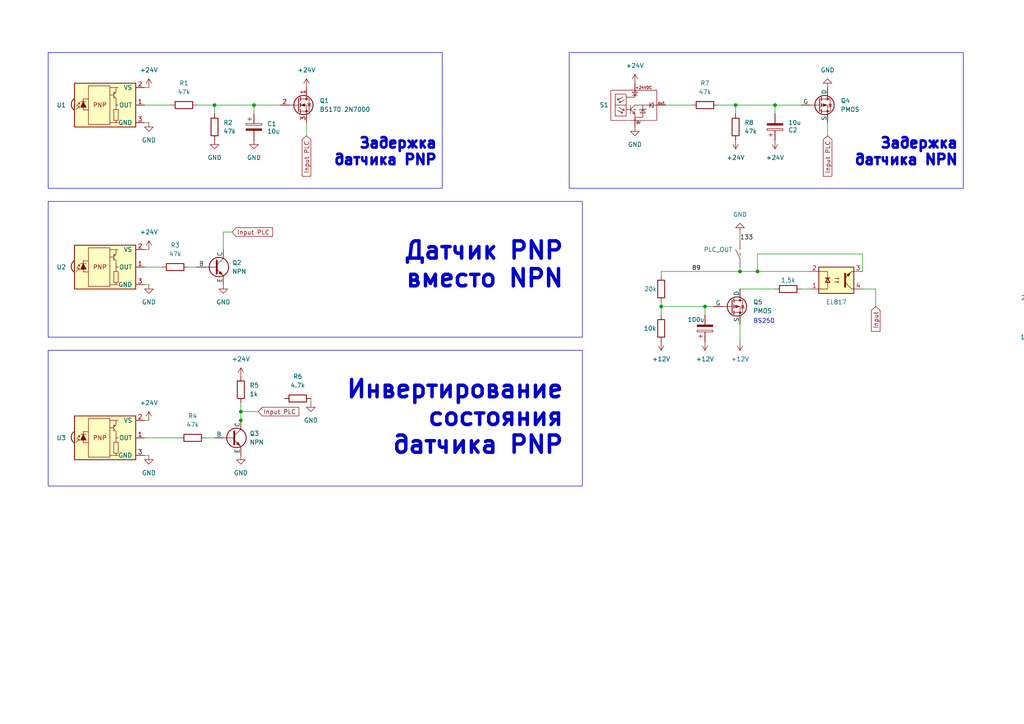
<source format=kicad_sch>
(kicad_sch (version 20230121) (generator eeschema)
  (paper "A4")
  (lib_symbols
    (symbol ".my_lib:PhotoSensor_NPN"
      (property "Reference" "S" (at -3.302 5.588 0))
      (symbol "PhotoSensor_NPN_0_1"
        (rectangle (start -6.985 4.318) (end 6.35 -4.445))
        (rectangle (start -5.715 3.175) (end -2.54 -3.175))
        (polyline (pts (xy -1.27 -1.27) (xy 0 -2.54)))
        (polyline (pts (xy -1.27 -1.27) (xy 0 0)))
        (polyline (pts (xy -1.27 0) (xy -1.27 -2.54)))
        (polyline (pts (xy -0.762 2.794) (xy 0.762 2.794)))
        (polyline (pts (xy 0 -4.445) (xy 0 -2.54)))
        (polyline (pts (xy 0 -2.54) (xy -0.762 -2.286)))
        (polyline (pts (xy 0 -2.54) (xy -0.254 -1.778)))
        (polyline (pts (xy 0 0) (xy 6.35 0)))
        (polyline (pts (xy 1.524 -1.27) (xy 1.27 -1.524)))
        (polyline (pts (xy 3.048 -1.27) (xy 1.524 -1.27)))
        (polyline (pts (xy 3.048 -1.27) (xy 3.302 -1.016)))
        (polyline (pts (xy 4.318 0.762) (xy 4.318 -0.762)))
        (polyline (pts (xy 0 -3.556) (xy 2.286 -3.556) (xy 2.286 0)))
        (polyline (pts (xy 0 3.81) (xy 0 2.286) (xy -2.54 2.286)))
        (polyline (pts (xy -0.762 3.81) (xy 0.762 3.81) (xy 0 2.794) (xy -0.762 3.81)))
        (polyline (pts (xy 3.048 -2.286) (xy 1.524 -2.286) (xy 2.286 -1.27) (xy 3.048 -2.286)))
        (polyline (pts (xy 5.334 0.762) (xy 5.334 -0.762) (xy 4.318 0) (xy 5.334 0.762)))
      )
      (symbol "PhotoSensor_NPN_1_1"
        (polyline (pts (xy -5.715 0) (xy -2.54 0)))
        (polyline (pts (xy -5.08 1.524) (xy -4.826 2.032)))
        (polyline (pts (xy -5.08 1.524) (xy -4.572 1.524)))
        (polyline (pts (xy -5.08 1.524) (xy -3.556 2.286)))
        (polyline (pts (xy -4.572 0.762) (xy -4.318 1.27)))
        (polyline (pts (xy -4.572 0.762) (xy -4.064 0.762)))
        (polyline (pts (xy -4.572 0.762) (xy -3.048 1.524)))
        (polyline (pts (xy -3.556 -2.286) (xy -5.08 -1.524)))
        (polyline (pts (xy -3.556 -2.286) (xy -4.064 -2.286)))
        (polyline (pts (xy -3.556 -2.286) (xy -3.81 -1.778)))
        (polyline (pts (xy -3.048 -1.524) (xy -4.572 -0.762)))
        (polyline (pts (xy -3.048 -1.524) (xy -3.556 -1.524)))
        (polyline (pts (xy -3.048 -1.524) (xy -3.302 -1.016)))
        (polyline (pts (xy -1.27 -1.27) (xy -2.54 -1.27)))
        (text "+24VDC" (at 2.54 5.08 0) (effects (font (size 0.8 0.8))))
        (text "0V" (at 1.016 -5.08 0) (effects (font (size 0.7 0.7))))
        (text "out" (at 7.62 0.635 0) (effects (font (size 0.8 0.8))))
        (pin input line (at 0 -6.35 90) (length 2.54) (name "") (number ""))
        (pin input line (at 0 6.35 270) (length 2.54) (name "") (number ""))
        (pin output line (at 8.89 0 180) (length 2.54) (name "") (number ""))
      )
    )
    (symbol "Device:C_Polarized" (pin_numbers hide) (pin_names (offset 0.254))
      (property "Reference" "C" (at 0.635 2.54 0))
      (property "Value" "C_Polarized" (at 0.635 -2.54 0))
      (symbol "C_Polarized_0_1"
        (rectangle (start -2.286 0.508) (end 2.286 1.016))
        (polyline (pts (xy -1.778 2.286) (xy -0.762 2.286)))
        (polyline (pts (xy -1.27 2.794) (xy -1.27 1.778)))
        (rectangle (start 2.286 -0.508) (end -2.286 -1.016) (fill (type outline)))
      )
      (symbol "C_Polarized_1_1"
        (pin passive line (at 0 3.81 270) (length 2.794) (name "~") (number "1"))
        (pin passive line (at 0 -3.81 90) (length 2.794) (name "~") (number "2"))
      )
    )
    (symbol "Device:R" (pin_numbers hide) (pin_names (offset 0))
      (property "Reference" "R" (at 2.032 0 90))
      (property "Value" "R" (at 0 0 90))
      (symbol "R_0_1"
        (rectangle (start -1.016 -2.54) (end 1.016 2.54) (stroke (width 0.254)))
      )
      (symbol "R_1_1"
        (pin passive line (at 0 3.81 270) (length 1.27) (name "~") (number "1"))
        (pin passive line (at 0 -3.81 90) (length 1.27) (name "~") (number "2"))
      )
    )
    (symbol "Isolator:EL817" (pin_names (offset 1.016))
      (property "Reference" "U" (at -5.08 5.08 0))
      (property "Value" "EL817" (at 0 5.08 0))
      (symbol "EL817_0_1"
        (rectangle (start -5.08 3.81) (end 5.08 -3.81) (stroke (width 0.254)) (fill (type background)))
        (polyline (pts (xy -3.175 -0.635) (xy -1.905 -0.635)) (stroke (width 0.254)))
        (polyline (pts (xy 2.54 0.635) (xy 4.445 2.54)))
        (polyline (pts (xy 4.445 -2.54) (xy 2.54 -0.635)) (fill (type outline)))
        (polyline (pts (xy 4.445 -2.54) (xy 5.08 -2.54)))
        (polyline (pts (xy 4.445 2.54) (xy 5.08 2.54)))
        (polyline (pts (xy -5.08 2.54) (xy -2.54 2.54) (xy -2.54 -0.635)))
        (polyline (pts (xy -2.54 -0.635) (xy -2.54 -2.54) (xy -5.08 -2.54)))
        (polyline (pts (xy 2.54 1.905) (xy 2.54 -1.905) (xy 2.54 -1.905)) (stroke (width 0.508)))
        (polyline (pts (xy -2.54 -0.635) (xy -3.175 0.635) (xy -1.905 0.635) (xy -2.54 -0.635)) (stroke (width 0.254)))
        (polyline (pts (xy -0.508 -0.508) (xy 0.762 -0.508) (xy 0.381 -0.635) (xy 0.381 -0.381) (xy 0.762 -0.508)))
        (polyline (pts (xy -0.508 0.508) (xy 0.762 0.508) (xy 0.381 0.381) (xy 0.381 0.635) (xy 0.762 0.508)))
        (polyline (pts (xy 3.048 -1.651) (xy 3.556 -1.143) (xy 4.064 -2.159) (xy 3.048 -1.651) (xy 3.048 -1.651)) (fill (type outline)))
      )
      (symbol "EL817_1_1"
        (pin passive line (at -7.62 2.54 0) (length 2.54) (name "~") (number "1"))
        (pin passive line (at -7.62 -2.54 0) (length 2.54) (name "~") (number "2"))
        (pin passive line (at 7.62 -2.54 180) (length 2.54) (name "~") (number "3"))
        (pin passive line (at 7.62 2.54 180) (length 2.54) (name "~") (number "4"))
      )
    )
    (symbol "Simulation_SPICE:NMOS" (pin_numbers hide) (pin_names (offset 0))
      (property "Reference" "Q" (at 5.08 1.27 0))
      (property "Value" "NMOS" (at 5.08 -1.27 0))
      (symbol "NMOS_0_1"
        (polyline (pts (xy 0.254 0) (xy -2.54 0)))
        (polyline (pts (xy 0.254 1.905) (xy 0.254 -1.905)) (stroke (width 0.254)))
        (polyline (pts (xy 0.762 -1.27) (xy 0.762 -2.286)) (stroke (width 0.254)))
        (polyline (pts (xy 0.762 0.508) (xy 0.762 -0.508)) (stroke (width 0.254)))
        (polyline (pts (xy 0.762 2.286) (xy 0.762 1.27)) (stroke (width 0.254)))
        (polyline (pts (xy 2.54 2.54) (xy 2.54 1.778)))
        (polyline (pts (xy 2.54 -2.54) (xy 2.54 0) (xy 0.762 0)))
        (polyline (pts (xy 0.762 -1.778) (xy 3.302 -1.778) (xy 3.302 1.778) (xy 0.762 1.778)))
        (polyline (pts (xy 1.016 0) (xy 2.032 0.381) (xy 2.032 -0.381) (xy 1.016 0)) (fill (type outline)))
        (polyline (pts (xy 2.794 0.508) (xy 2.921 0.381) (xy 3.683 0.381) (xy 3.81 0.254)))
        (polyline (pts (xy 3.302 0.381) (xy 2.921 -0.254) (xy 3.683 -0.254) (xy 3.302 0.381)))
        (circle (center 1.651 0) (radius 2.794) (stroke (width 0.254)))
        (circle (center 2.54 -1.778) (radius 0.254) (fill (type outline)))
        (circle (center 2.54 1.778) (radius 0.254) (fill (type outline)))
      )
      (symbol "NMOS_1_1"
        (pin passive line (at 2.54 5.08 270) (length 2.54) (name "D") (number "1"))
        (pin input line (at -5.08 0 0) (length 2.54) (name "G") (number "2"))
        (pin passive line (at 2.54 -5.08 90) (length 2.54) (name "S") (number "3"))
      )
    )
    (symbol "Simulation_SPICE:NPN" (pin_numbers hide) (pin_names (offset 0))
      (property "Reference" "Q" (at -2.54 7.62 0))
      (property "Value" "NPN" (at -2.54 5.08 0))
      (symbol "NPN_0_1"
        (polyline (pts (xy -2.54 0) (xy 0.635 0)) (stroke (width 0.1524)))
        (polyline (pts (xy 0.635 0.635) (xy 2.54 2.54)))
        (polyline (pts (xy 2.794 -1.27) (xy 2.794 -1.27)) (stroke (width 0.1524)))
        (polyline (pts (xy 2.794 -1.27) (xy 2.794 -1.27)) (stroke (width 0.1524)))
        (polyline (pts (xy 0.635 -0.635) (xy 2.54 -2.54) (xy 2.54 -2.54)))
        (polyline (pts (xy 0.635 1.905) (xy 0.635 -1.905) (xy 0.635 -1.905)) (stroke (width 0.508)))
        (polyline (pts (xy 1.27 -1.778) (xy 1.778 -1.27) (xy 2.286 -2.286) (xy 1.27 -1.778) (xy 1.27 -1.778)) (fill (type outline)))
        (circle (center 1.27 0) (radius 2.8194) (stroke (width 0.254)))
      )
      (symbol "NPN_1_1"
        (pin open_collector line (at 2.54 5.08 270) (length 2.54) (name "C") (number "1"))
        (pin input line (at -5.08 0 0) (length 2.54) (name "B") (number "2"))
        (pin open_emitter line (at 2.54 -5.08 90) (length 2.54) (name "E") (number "3"))
      )
    )
    (symbol "Simulation_SPICE:PMOS" (pin_numbers hide) (pin_names (offset 0))
      (property "Reference" "Q" (at 5.08 1.27 0))
      (property "Value" "PMOS" (at 5.08 -1.27 0))
      (symbol "PMOS_0_1"
        (polyline (pts (xy 0.254 0) (xy -2.54 0)))
        (polyline (pts (xy 0.254 1.905) (xy 0.254 -1.905)) (stroke (width 0.254)))
        (polyline (pts (xy 0.762 -1.27) (xy 0.762 -2.286)) (stroke (width 0.254)))
        (polyline (pts (xy 0.762 0.508) (xy 0.762 -0.508)) (stroke (width 0.254)))
        (polyline (pts (xy 0.762 2.286) (xy 0.762 1.27)) (stroke (width 0.254)))
        (polyline (pts (xy 2.54 2.54) (xy 2.54 1.778)))
        (polyline (pts (xy 2.54 -2.54) (xy 2.54 0) (xy 0.762 0)))
        (polyline (pts (xy 0.762 1.778) (xy 3.302 1.778) (xy 3.302 -1.778) (xy 0.762 -1.778)))
        (polyline (pts (xy 2.286 0) (xy 1.27 0.381) (xy 1.27 -0.381) (xy 2.286 0)) (fill (type outline)))
        (polyline (pts (xy 2.794 -0.508) (xy 2.921 -0.381) (xy 3.683 -0.381) (xy 3.81 -0.254)))
        (polyline (pts (xy 3.302 -0.381) (xy 2.921 0.254) (xy 3.683 0.254) (xy 3.302 -0.381)))
        (circle (center 1.651 0) (radius 2.794) (stroke (width 0.254)))
        (circle (center 2.54 -1.778) (radius 0.254) (fill (type outline)))
        (circle (center 2.54 1.778) (radius 0.254) (fill (type outline)))
      )
      (symbol "PMOS_1_1"
        (pin passive line (at 2.54 5.08 270) (length 2.54) (name "D") (number "1"))
        (pin input line (at -5.08 0 0) (length 2.54) (name "G") (number "2"))
        (pin passive line (at 2.54 -5.08 90) (length 2.54) (name "S") (number "3"))
      )
    )
    (symbol "TSDP341xx_1" (pin_names (offset 1.016))
      (property "Reference" "U2" (at -13.97 0 0))
      (symbol "TSDP341xx_1_0_0"
        (arc (start -10.287 1.397) (mid -11.0899 -0.1852) (end -10.287 -1.778) (stroke (width 0.254)) (fill (type background)))
        (polyline (pts (xy 1.905 -5.08) (xy 0.127 -5.08)))
        (polyline (pts (xy 1.905 5.08) (xy 0.127 5.08)))
      )
      (symbol "TSDP341xx_1_0_1"
        (rectangle (start -10.16 6.35) (end 7.62 -6.35) (stroke (width 0.254)) (fill (type background)))
        (rectangle (start -6.096 5.588) (end 0.127 -5.588))
        (polyline (pts (xy -8.763 0.381) (xy -9.652 1.27)))
        (polyline (pts (xy -8.763 0.381) (xy -9.271 0.381)))
        (polyline (pts (xy -8.763 0.381) (xy -8.763 0.889)))
        (polyline (pts (xy -8.636 -0.635) (xy -9.525 0.254)))
        (polyline (pts (xy -8.636 -0.635) (xy -9.144 -0.635)))
        (polyline (pts (xy -8.636 -0.635) (xy -8.636 -0.127)))
        (polyline (pts (xy -8.382 -1.016) (xy -6.731 -1.016)))
        (polyline (pts (xy 1.27 -2.921) (xy 0.127 -2.921)))
        (polyline (pts (xy 1.27 -1.905) (xy 1.27 -3.81)))
        (polyline (pts (xy 1.524 -3.683) (xy 1.524 -3.429)))
        (polyline (pts (xy 1.524 -3.429) (xy 1.778 -3.429)))
        (polyline (pts (xy 1.651 -3.556) (xy 1.524 -3.556)))
        (polyline (pts (xy 1.905 0) (xy 1.905 1.27)))
        (polyline (pts (xy 1.905 4.445) (xy 1.905 5.08) (xy 2.54 5.08)))
        (polyline (pts (xy -8.382 0.635) (xy -6.731 0.635) (xy -7.62 -1.016) (xy -8.382 0.635)) (fill (type outline)))
        (polyline (pts (xy -6.096 1.397) (xy -7.62 1.397) (xy -7.62 -1.778) (xy -6.096 -1.778)))
        (polyline (pts (xy 1.27 -3.175) (xy 1.905 -3.81) (xy 1.905 -5.08) (xy 2.54 -5.08)))
        (polyline (pts (xy 1.27 -2.54) (xy 1.905 -1.905) (xy 1.905 0) (xy 2.54 0)))
        (rectangle (start 2.54 1.27) (end 1.27 4.445))
      )
      (symbol "TSDP341xx_1_1_1"
        (text "PNP" (at -2.794 0 0) (effects (font (size 1.27 1.27))))
        (pin output line (at 10.16 0 180) (length 2.54) (name "OUT") (number "1"))
        (pin power_in line (at 10.16 -5.08 180) (length 2.54) (name "VS") (number "2"))
        (pin power_in line (at 10.16 5.08 180) (length 2.54) (name "GND") (number "3"))
      )
    )
    (symbol "Transistor_FET:BS170" (pin_names hide)
      (property "Reference" "Q" (at 5.08 1.905 0))
      (property "Value" "BS170" (at 5.08 0 0))
      (symbol "BS170_0_1"
        (polyline (pts (xy 0.254 0) (xy -2.54 0)))
        (polyline (pts (xy 0.254 1.905) (xy 0.254 -1.905)) (stroke (width 0.254)))
        (polyline (pts (xy 0.762 -1.27) (xy 0.762 -2.286)) (stroke (width 0.254)))
        (polyline (pts (xy 0.762 0.508) (xy 0.762 -0.508)) (stroke (width 0.254)))
        (polyline (pts (xy 0.762 2.286) (xy 0.762 1.27)) (stroke (width 0.254)))
        (polyline (pts (xy 2.54 2.54) (xy 2.54 1.778)))
        (polyline (pts (xy 2.54 -2.54) (xy 2.54 0) (xy 0.762 0)))
        (polyline (pts (xy 0.762 -1.778) (xy 3.302 -1.778) (xy 3.302 1.778) (xy 0.762 1.778)))
        (polyline (pts (xy 1.016 0) (xy 2.032 0.381) (xy 2.032 -0.381) (xy 1.016 0)) (fill (type outline)))
        (polyline (pts (xy 2.794 0.508) (xy 2.921 0.381) (xy 3.683 0.381) (xy 3.81 0.254)))
        (polyline (pts (xy 3.302 0.381) (xy 2.921 -0.254) (xy 3.683 -0.254) (xy 3.302 0.381)))
        (circle (center 1.651 0) (radius 2.794) (stroke (width 0.254)))
        (circle (center 2.54 -1.778) (radius 0.254) (fill (type outline)))
        (circle (center 2.54 1.778) (radius 0.254) (fill (type outline)))
      )
      (symbol "BS170_1_1"
        (pin passive line (at 2.54 5.08 270) (length 2.54) (name "D") (number "1"))
        (pin input line (at -5.08 0 0) (length 2.54) (name "G") (number "2"))
        (pin passive line (at 2.54 -5.08 90) (length 2.54) (name "S") (number "3"))
      )
    )
    (symbol "my_lib:Contact NO"
      (property "Reference" "K" (at 0 3.81 0))
      (symbol "Contact NO_0_1"
        (polyline (pts (xy -1.27 0) (xy 1.27 1.27)))
      )
      (symbol "Contact NO_1_1"
        (pin bidirectional line (at -3.81 0 0) (length 2.54) (name "") (number ""))
        (pin bidirectional line (at 3.81 0 180) (length 2.54) (name "") (number ""))
      )
    )
    (symbol "power:+12V" (power) (pin_names (offset 0))
      (property "Value" "+12V" (at 0 3.556 0))
      (symbol "+12V_0_1"
        (polyline (pts (xy -0.762 1.27) (xy 0 2.54)))
        (polyline (pts (xy 0 0) (xy 0 2.54)))
        (polyline (pts (xy 0 2.54) (xy 0.762 1.27)))
      )
      (symbol "+12V_1_1"
        (pin power_in line (at 0 0 90) (length 0) hide (name "+12V") (number "1"))
      )
    )
    (symbol "power:+24V" (power) (pin_names (offset 0))
      (property "Value" "+24V" (at 0 3.556 0))
      (symbol "+24V_0_1"
        (polyline (pts (xy -0.762 1.27) (xy 0 2.54)))
        (polyline (pts (xy 0 0) (xy 0 2.54)))
        (polyline (pts (xy 0 2.54) (xy 0.762 1.27)))
      )
      (symbol "+24V_1_1"
        (pin power_in line (at 0 0 90) (length 0) hide (name "+24V") (number "1"))
      )
    )
    (symbol "power:GND" (power) (pin_names (offset 0))
      (property "Value" "GND" (at 0 -3.81 0))
      (symbol "GND_0_1"
        (polyline (pts (xy 0 0) (xy 0 -1.27) (xy 1.27 -1.27) (xy 0 -2.54) (xy -1.27 -1.27) (xy 0 -1.27)))
      )
      (symbol "GND_1_1"
        (pin power_in line (at 0 0 270) (length 0) hide (name "GND") (number "1"))
      )
    )
  )
  (junction (at 191.77 88.9))
  (junction (at 313.69 91.44))
  (junction (at 214.63 78.74))
  (junction (at 204.47 88.9))
  (junction (at 62.23 30.48))
  (junction (at 224.79 30.48))
  (junction (at 73.66 30.48))
  (junction (at 389.89 91.44))
  (junction (at 377.19 91.44))
  (junction (at 300.99 91.44))
  (junction (at 69.85 121.92))
  (junction (at 69.85 119.38))
  (junction (at 219.71 78.74))
  (junction (at 213.36 30.48))
  (wire (pts (xy 300.99 90.17) (xy 300.99 91.44)))
  (wire (pts (xy 62.23 30.48) (xy 73.66 30.48)))
  (wire (pts (xy 73.66 30.48) (xy 81.28 30.48)))
  (wire (pts (xy 191.77 78.74) (xy 214.63 78.74)))
  (wire (pts (xy 191.77 87.63) (xy 191.77 88.9)))
  (wire (pts (xy 377.19 81.28) (xy 377.19 82.55)))
  (wire (pts (xy 224.79 30.48) (xy 232.41 30.48)))
  (wire (pts (xy 69.85 123.19) (xy 69.85 121.92)))
  (wire (pts (xy 400.05 86.36) (xy 420.37 86.36)))
  (wire (pts (xy 43.18 132.08) (xy 41.91 132.08)))
  (wire (pts (xy 400.05 80.01) (xy 400.05 81.28)))
  (wire (pts (xy 64.77 67.31) (xy 67.31 67.31)))
  (wire (pts (xy 400.05 69.85) (xy 400.05 72.39)))
  (wire (pts (xy 323.85 86.36) (xy 334.01 86.36)))
  (wire (pts (xy 62.23 30.48) (xy 62.23 33.02)))
  (wire (pts (xy 41.91 30.48) (xy 49.53 30.48)))
  (wire (pts (xy 41.91 121.92) (xy 43.18 121.92)))
  (wire (pts (xy 214.63 99.06) (xy 214.63 93.98)))
  (wire (pts (xy 43.18 35.56) (xy 41.91 35.56)))
  (wire (pts (xy 232.41 83.82) (xy 234.95 83.82)))
  (wire (pts (xy 300.99 93.98) (xy 300.99 91.44)))
  (wire (pts (xy 219.71 78.74) (xy 234.95 78.74)))
  (wire (pts (xy 43.18 82.55) (xy 41.91 82.55)))
  (wire (pts (xy 88.9 39.37) (xy 88.9 35.56)))
  (wire (pts (xy 73.66 30.48) (xy 73.66 33.02)))
  (wire (pts (xy 240.03 39.37) (xy 240.03 35.56)))
  (wire (pts (xy 191.77 78.74) (xy 191.77 80.01)))
  (wire (pts (xy 250.19 83.82) (xy 254 83.82)))
  (wire (pts (xy 41.91 77.47) (xy 46.99 77.47)))
  (wire (pts (xy 213.36 30.48) (xy 224.79 30.48)))
  (wire (pts (xy 204.47 88.9) (xy 207.01 88.9)))
  (wire (pts (xy 214.63 78.74) (xy 219.71 78.74)))
  (wire (pts (xy 323.85 101.6) (xy 323.85 96.52)))
  (wire (pts (xy 69.85 119.38) (xy 74.93 119.38)))
  (wire (pts (xy 313.69 91.44) (xy 300.99 91.44)))
  (wire (pts (xy 193.04 30.48) (xy 200.66 30.48)))
  (wire (pts (xy 254 83.82) (xy 254 88.9)))
  (wire (pts (xy 41.91 72.39) (xy 43.18 72.39)))
  (wire (pts (xy 43.18 25.4) (xy 41.91 25.4)))
  (wire (pts (xy 54.61 77.47) (xy 57.15 77.47)))
  (wire (pts (xy 250.19 73.66) (xy 219.71 73.66)))
  (wire (pts (xy 90.17 116.84) (xy 90.17 115.57)))
  (wire (pts (xy 57.15 30.48) (xy 62.23 30.48)))
  (wire (pts (xy 313.69 93.98) (xy 313.69 91.44)))
  (wire (pts (xy 191.77 91.44) (xy 191.77 88.9)))
  (wire (pts (xy 64.77 72.39) (xy 64.77 67.31)))
  (wire (pts (xy 41.91 127) (xy 52.07 127)))
  (wire (pts (xy 69.85 121.92) (xy 69.85 119.38)))
  (wire (pts (xy 341.63 86.36) (xy 344.17 86.36)))
  (wire (pts (xy 377.19 90.17) (xy 377.19 91.44)))
  (wire (pts (xy 323.85 69.85) (xy 323.85 72.39)))
  (wire (pts (xy 377.19 81.28) (xy 400.05 81.28)))
  (wire (pts (xy 323.85 80.01) (xy 323.85 81.28)))
  (wire (pts (xy 300.99 81.28) (xy 323.85 81.28)))
  (wire (pts (xy 389.89 91.44) (xy 377.19 91.44)))
  (wire (pts (xy 377.19 93.98) (xy 377.19 91.44)))
  (wire (pts (xy 59.69 127) (xy 62.23 127)))
  (wire (pts (xy 400.05 101.6) (xy 400.05 96.52)))
  (wire (pts (xy 204.47 91.44) (xy 204.47 88.9)))
  (wire (pts (xy 208.28 30.48) (xy 213.36 30.48)))
  (wire (pts (xy 204.47 88.9) (xy 191.77 88.9)))
  (wire (pts (xy 389.89 91.44) (xy 392.43 91.44)))
  (wire (pts (xy 224.79 30.48) (xy 224.79 33.02)))
  (wire (pts (xy 389.89 93.98) (xy 389.89 91.44)))
  (wire (pts (xy 214.63 83.82) (xy 224.79 83.82)))
  (wire (pts (xy 214.63 67.31) (xy 214.63 69.85)))
  (wire (pts (xy 313.69 91.44) (xy 316.23 91.44)))
  (wire (pts (xy 300.99 81.28) (xy 300.99 82.55)))
  (wire (pts (xy 214.63 77.47) (xy 214.63 78.74)))
  (wire (pts (xy 69.85 116.84) (xy 69.85 119.38)))
  (wire (pts (xy 213.36 30.48) (xy 213.36 33.02)))
  (wire (pts (xy 219.71 73.66) (xy 219.71 78.74)))
  (wire (pts (xy 250.19 78.74) (xy 250.19 73.66)))
  (rectangle (start 13.97 101.6) (end 168.91 140.97))
  (rectangle (start 13.97 58.42) (end 168.91 97.79))
  (rectangle (start 13.97 15.24) (end 128.27 54.61))
  (rectangle (start 165.1 15.24) (end 279.4 54.61))
  (text "BS250" (at 327.66 96.52 0) (effects (font (size 1.27 1.27)) (justify left bottom)))
  (text "Датчик PNP\nвместо NPN" (at 163.83 83.82 0) (effects (font (size 5 5) (thickness 1) bold) (justify right bottom)))
  (text "BS250" (at 218.44 93.98 0) (effects (font (size 1.27 1.27)) (justify left bottom)))
  (text "Задержка\nдатчика PNP" (at 127 48.26 0) (effects (font (size 3 3) (thickness 1) bold) (justify right bottom)))
  (text "Инвертирование\nсостояния\nдатчика PNP" (at 163.83 132.08 0) (effects (font (size 5 5) (thickness 1) bold) (justify right bottom)))
  (text "BS250" (at 403.86 96.52 0) (effects (font (size 1.27 1.27)) (justify left bottom)))
  (text "Задержка\nдатчика NPN" (at 278.13 48.26 0) (effects (font (size 3 3) (thickness 1) bold) (justify right bottom)))
  (label "133" (at 400.05 72.39 0))
  (label "89" (at 200.66 78.74 0))
  (label "133" (at 214.63 69.85 0))
  (label "89" (at 309.88 81.28 0))
  (label "89" (at 386.08 81.28 0))
  (label "133" (at 323.85 72.39 0))
  (global_label "Input" (shape input) (at 351.79 81.28 90) (property "Intersheetrefs" "${INTERSHEET_REFS}" (effects hide)))
  (global_label "Input PLC" (shape input) (at 74.93 119.38 0) (property "Intersheetrefs" "${INTERSHEET_REFS}" (effects hide)))
  (global_label "Input" (shape input) (at 254 88.9 270) (property "Intersheetrefs" "${INTERSHEET_REFS}" (effects hide)))
  (global_label "Input PLC" (shape input) (at 240.03 39.37 270) (property "Intersheetrefs" "${INTERSHEET_REFS}" (effects hide)))
  (global_label "Input PLC" (shape input) (at 67.31 67.31 0) (property "Intersheetrefs" "${INTERSHEET_REFS}" (effects hide)))
  (global_label "Input PLC" (shape input) (at 88.9 39.37 270) (property "Intersheetrefs" "${INTERSHEET_REFS}" (effects hide)))
  (global_label "Input" (shape input) (at 427.99 81.28 90) (property "Intersheetrefs" "${INTERSHEET_REFS}" (effects hide)))
  (symbol (lib_id "Device:C_Polarized") (at 313.69 97.79 0) (mirror x) (unit 1)
    (property "Reference" "C4" (effects hide))
    (property "Value" "100u" (at 308.61 95.25 0) (effects (justify left)))
  )
  (symbol (lib_id "Device:R") (at 55.88 127 270) (unit 1)
    (property "Reference" "R4" (at 55.88 120.65 90))
    (property "Value" "47k" (at 55.88 123.19 90))
  )
  (symbol (lib_id "power:+12V") (at 323.85 101.6 180) (unit 1)
    (property "Reference" "#PWR026" (effects hide))
    (property "Value" "+12V" (at 323.85 106.68 0))
  )
  (symbol (lib_id "power:GND") (at 64.77 82.55 0) (unit 1)
    (property "Reference" "#PWR08" (effects hide))
    (property "Value" "GND" (at 64.77 87.63 0))
  )
  (symbol (lib_id "Device:R") (at 53.34 30.48 270) (unit 1)
    (property "Reference" "R1" (at 53.34 24.13 90))
    (property "Value" "47k" (at 53.34 26.67 90))
  )
  (symbol (lib_id "Simulation_SPICE:PMOS") (at 212.09 88.9 0) (unit 1)
    (property "Reference" "Q5" (at 218.44 87.63 0) (effects (justify left)))
    (property "Value" "PMOS" (at 218.44 90.17 0) (effects (justify left)))
    (property "Datasheet" "https://ngspice.sourceforge.io/docs/ngspice-manual.pdf" (effects hide))
    (property "Sim.Device" "PMOS" (effects hide))
    (property "Sim.Type" "VDMOS" (effects hide))
    (property "Sim.Pins" "1=D 2=G 3=S" (effects hide))
  )
  (symbol (lib_name "TSDP341xx_1") (lib_id "Interface_Optical:TSDP341xx") (at 31.75 30.48 0) (mirror x) (unit 1)
    (property "Reference" "U1" (at 17.78 30.48 0))
    (property "Value" "Датчик в конце транспортёра" (effects hide))
    (property "Footprint" "OptoDevice:Vishay_MOLD-3Pin" (effects hide))
    (property "Datasheet" "http://www.vishay.com/docs/82667/tsdp341.pdf" (effects hide))
  )
  (symbol (lib_id "power:+12V") (at 300.99 101.6 180) (unit 1)
    (property "Reference" "#PWR023" (effects hide))
    (property "Value" "+12V" (at 300.99 106.68 0))
  )
  (symbol (lib_id "Device:R") (at 377.19 97.79 180) (unit 1)
    (property "Reference" "R16" (effects hide))
    (property "Value" "10k" (at 372.11 97.79 0) (effects (justify right)))
  )
  (symbol (lib_id "Simulation_SPICE:NPN") (at 349.25 86.36 0) (unit 1)
    (property "Reference" "Q7" (at 354.33 85.09 0) (effects (justify left)))
    (property "Value" "NPN" (at 354.33 87.63 0) (effects (justify left)))
    (property "Sim.Device" "NPN" (effects hide))
    (property "Sim.Type" "GUMMELPOON" (effects hide))
    (property "Sim.Pins" "1=C 2=B 3=E" (effects hide))
  )
  (symbol (lib_id "Simulation_SPICE:PMOS") (at 397.51 91.44 0) (unit 1)
    (property "Reference" "Q8" (at 403.86 90.17 0) (effects (justify left)))
    (property "Value" "PMOS" (at 403.86 92.71 0) (effects (justify left)))
    (property "Datasheet" "https://ngspice.sourceforge.io/docs/ngspice-manual.pdf" (effects hide))
    (property "Sim.Device" "PMOS" (effects hide))
    (property "Sim.Type" "VDMOS" (effects hide))
    (property "Sim.Pins" "1=D 2=G 3=S" (effects hide))
  )
  (symbol (lib_id "Device:R") (at 50.8 77.47 270) (unit 1)
    (property "Reference" "R3" (at 50.8 71.12 90))
    (property "Value" "47k" (at 50.8 73.66 90))
  )
  (symbol (lib_id "power:+24V") (at 43.18 25.4 0) (unit 1)
    (property "Reference" "#PWR03" (effects hide))
    (property "Value" "+24V" (at 43.18 20.32 0))
  )
  (symbol (lib_name "TSDP341xx_1") (lib_id "Interface_Optical:TSDP341xx") (at 31.75 77.47 0) (mirror x) (unit 1)
    (property "Reference" "U2" (at 17.78 77.47 0))
    (property "Value" "Датчик в конце транспортёра" (effects hide))
    (property "Footprint" "OptoDevice:Vishay_MOLD-3Pin" (effects hide))
    (property "Datasheet" "http://www.vishay.com/docs/82667/tsdp341.pdf" (effects hide))
  )
  (symbol (lib_id "Device:R") (at 377.19 86.36 0) (mirror x) (unit 1)
    (property "Reference" "R15" (effects hide))
    (property "Value" "20k" (at 375.92 86.36 0) (effects (justify right)))
  )
  (symbol (lib_id "power:+24V") (at 43.18 72.39 0) (unit 1)
    (property "Reference" "#PWR06" (effects hide))
    (property "Value" "+24V" (at 43.18 67.31 0))
  )
  (symbol (lib_id "power:GND") (at 43.18 82.55 0) (unit 1)
    (property "Reference" "#PWR07" (effects hide))
    (property "Value" "GND" (at 43.18 87.63 0))
  )
  (symbol (lib_id "power:GND") (at 69.85 132.08 0) (unit 1)
    (property "Reference" "#PWR014" (effects hide))
    (property "Value" "GND" (at 69.85 137.16 0))
  )
  (symbol (lib_id "power:GND") (at 351.79 91.44 0) (unit 1)
    (property "Reference" "#PWR027" (effects hide))
    (property "Value" "GND" (at 351.79 96.52 0))
  )
  (symbol (lib_id "power:+24V") (at 88.9 25.4 0) (unit 1)
    (property "Reference" "#PWR02" (effects hide))
    (property "Value" "+24V" (at 88.9 20.32 0))
  )
  (symbol (lib_id "Simulation_SPICE:NMOS") (at 425.45 86.36 0) (unit 1)
    (property "Reference" "Q9" (at 431.8 85.09 0) (effects (justify left)))
    (property "Value" "NMOS" (at 431.8 87.63 0) (effects (justify left)))
    (property "Datasheet" "https://ngspice.sourceforge.io/docs/ngspice-manual.pdf" (effects hide))
    (property "Sim.Device" "NMOS" (effects hide))
    (property "Sim.Type" "VDMOS" (effects hide))
    (property "Sim.Pins" "1=D 2=G 3=S" (effects hide))
  )
  (symbol (lib_id "power:GND") (at 400.05 69.85 180) (unit 1)
    (property "Reference" "#PWR030" (effects hide))
    (property "Value" "GND" (at 400.05 64.77 0))
  )
  (symbol (lib_id "power:GND") (at 214.63 67.31 180) (unit 1)
    (property "Reference" "#PWR020" (effects hide))
    (property "Value" "GND" (at 214.63 62.23 0))
  )
  (symbol (lib_id "Device:R") (at 62.23 36.83 0) (unit 1)
    (property "Reference" "R2" (at 64.77 35.56 0) (effects (justify left)))
    (property "Value" "47k" (at 64.77 38.1 0) (effects (justify left)))
  )
  (symbol (lib_id "Device:R") (at 300.99 86.36 0) (mirror x) (unit 1)
    (property "Reference" "R12" (effects hide))
    (property "Value" "20k" (at 299.72 86.36 0) (effects (justify right)))
  )
  (symbol (lib_id "power:GND") (at 427.99 91.44 0) (unit 1)
    (property "Reference" "#PWR032" (effects hide))
    (property "Value" "GND" (at 427.99 96.52 0))
  )
  (symbol (lib_id "power:GND") (at 43.18 132.08 0) (unit 1)
    (property "Reference" "#PWR010" (effects hide))
    (property "Value" "GND" (at 43.18 137.16 0))
  )
  (symbol (lib_id "power:+12V") (at 400.05 101.6 180) (unit 1)
    (property "Reference" "#PWR031" (effects hide))
    (property "Value" "+12V" (at 400.05 106.68 0))
  )
  (symbol (lib_id "my_lib:Contact NO") (at 214.63 73.66 90) (unit 1)
    (property "Reference" "PLC_OUT" (at 208.28 72.39 90))
    (property "Value" "~" (at 214.63 73.66 0))
  )
  (symbol (lib_id "power:+24V") (at 184.15 24.13 0) (unit 1)
    (property "Reference" "#PWR012" (effects hide))
    (property "Value" "+24V" (at 184.15 19.05 0))
  )
  (symbol (lib_id "my_lib:Contact NO") (at 323.85 76.2 90) (unit 1)
    (property "Reference" "PLC_OUT1" (at 317.5 74.93 90))
    (property "Value" "~" (at 323.85 76.2 0))
  )
  (symbol (lib_id "power:+12V") (at 191.77 99.06 180) (unit 1)
    (property "Reference" "#PWR019" (effects hide))
    (property "Value" "+12V" (at 191.77 104.14 0))
  )
  (symbol (lib_id "Isolator:EL817") (at 242.57 81.28 0) (mirror x) (unit 1)
    (property "Reference" "U4" (effects hide))
    (property "Value" "EL817" (at 242.57 87.63 0))
    (property "Footprint" "Package_DIP:DIP-4_W7.62mm" (effects hide))
    (property "Datasheet" "http://www.everlight.com/file/ProductFile/EL817.pdf" (effects hide))
  )
  (symbol (lib_id "power:GND") (at 90.17 116.84 0) (unit 1)
    (property "Reference" "#PWR015" (effects hide))
    (property "Value" "GND" (at 90.17 121.92 0))
  )
  (symbol (lib_id "power:+24V") (at 43.18 121.92 0) (unit 1)
    (property "Reference" "#PWR09" (effects hide))
    (property "Value" "+24V" (at 43.18 116.84 0))
  )
  (symbol (lib_id "Device:C_Polarized") (at 389.89 97.79 0) (mirror x) (unit 1)
    (property "Reference" "C5" (effects hide))
    (property "Value" "100u" (at 384.81 95.25 0) (effects (justify left)))
  )
  (symbol (lib_id "Simulation_SPICE:PMOS") (at 321.31 91.44 0) (unit 1)
    (property "Reference" "Q6" (at 327.66 90.17 0) (effects (justify left)))
    (property "Value" "PMOS" (at 327.66 92.71 0) (effects (justify left)))
    (property "Datasheet" "https://ngspice.sourceforge.io/docs/ngspice-manual.pdf" (effects hide))
    (property "Sim.Device" "PMOS" (effects hide))
    (property "Sim.Type" "VDMOS" (effects hide))
    (property "Sim.Pins" "1=D 2=G 3=S" (effects hide))
  )
  (symbol (lib_id "Device:R") (at 228.6 83.82 270) (mirror x) (unit 1)
    (property "Reference" "R11" (effects hide))
    (property "Value" "1,5k" (at 228.6 81.28 90))
  )
  (symbol (lib_id "my_lib:Contact NO") (at 400.05 76.2 90) (unit 1)
    (property "Reference" "PLC_OUT2" (at 393.7 74.93 90))
    (property "Value" "~" (at 400.05 76.2 0))
  )
  (symbol (lib_id "Device:R") (at 191.77 95.25 180) (unit 1)
    (property "Reference" "R9" (effects hide))
    (property "Value" "10k" (at 186.69 95.25 0) (effects (justify right)))
  )
  (symbol (lib_id "power:+12V") (at 204.47 99.06 180) (unit 1)
    (property "Reference" "#PWR021" (effects hide))
    (property "Value" "+12V" (at 204.47 104.14 0))
  )
  (symbol (lib_id "power:+24V") (at 69.85 109.22 0) (unit 1)
    (property "Reference" "#PWR011" (effects hide))
    (property "Value" "+24V" (at 69.85 104.14 0))
  )
  (symbol (lib_id "Device:C_Polarized") (at 204.47 95.25 0) (mirror x) (unit 1)
    (property "Reference" "C3" (effects hide))
    (property "Value" "100u" (at 199.39 92.71 0) (effects (justify left)))
  )
  (symbol (lib_id ".my_lib:PhotoSensor_NPN") (at 184.15 30.48 0) (unit 1)
    (property "Reference" "S1" (at 176.53 30.4398 0) (effects (justify right)))
    (property "Value" "~" (at 184.15 31.75 0))
  )
  (symbol (lib_id "power:+24V") (at 224.79 40.64 180) (unit 1)
    (property "Reference" "#PWR017" (effects hide))
    (property "Value" "+24V" (at 224.79 45.72 0))
  )
  (symbol (lib_id "Simulation_SPICE:PMOS") (at 237.49 30.48 0) (unit 1)
    (property "Reference" "Q4" (at 243.84 29.21 0) (effects (justify left)))
    (property "Value" "PMOS" (at 243.84 31.75 0) (effects (justify left)))
    (property "Datasheet" "https://ngspice.sourceforge.io/docs/ngspice-manual.pdf" (effects hide))
    (property "Sim.Device" "PMOS" (effects hide))
    (property "Sim.Type" "VDMOS" (effects hide))
    (property "Sim.Pins" "1=D 2=G 3=S" (effects hide))
  )
  (symbol (lib_id "Device:C_Polarized") (at 224.79 36.83 0) (mirror x) (unit 1)
    (property "Reference" "C2" (at 228.6 37.719 0) (effects (justify left)))
    (property "Value" "10u" (at 228.6 35.56 0) (effects (justify left)))
  )
  (symbol (lib_id "Simulation_SPICE:NPN") (at 67.31 127 0) (unit 1)
    (property "Reference" "Q3" (at 72.39 125.73 0) (effects (justify left)))
    (property "Value" "NPN" (at 72.39 128.27 0) (effects (justify left)))
    (property "Sim.Device" "NPN" (effects hide))
    (property "Sim.Type" "GUMMELPOON" (effects hide))
    (property "Sim.Pins" "1=C 2=B 3=E" (effects hide))
  )
  (symbol (lib_id "Device:R") (at 69.85 113.03 0) (unit 1)
    (property "Reference" "R5" (at 72.39 111.76 0) (effects (justify left)))
    (property "Value" "1k" (at 72.39 114.3 0) (effects (justify left)))
  )
  (symbol (lib_id "power:GND") (at 184.15 36.83 0) (unit 1)
    (property "Reference" "#PWR013" (effects hide))
    (property "Value" "GND" (at 184.15 41.91 0))
  )
  (symbol (lib_id "Simulation_SPICE:NPN") (at 62.23 77.47 0) (unit 1)
    (property "Reference" "Q2" (at 67.31 76.2 0) (effects (justify left)))
    (property "Value" "NPN" (at 67.31 78.74 0) (effects (justify left)))
    (property "Sim.Device" "NPN" (effects hide))
    (property "Sim.Type" "GUMMELPOON" (effects hide))
    (property "Sim.Pins" "1=C 2=B 3=E" (effects hide))
  )
  (symbol (lib_id "Device:R") (at 213.36 36.83 0) (unit 1)
    (property "Reference" "R8" (at 215.9 35.56 0) (effects (justify left)))
    (property "Value" "47k" (at 215.9 38.1 0) (effects (justify left)))
  )
  (symbol (lib_id "Device:R") (at 191.77 83.82 0) (mirror x) (unit 1)
    (property "Reference" "R10" (effects hide))
    (property "Value" "20k" (at 190.5 83.82 0) (effects (justify right)))
  )
  (symbol (lib_id "Device:R") (at 337.82 86.36 270) (mirror x) (unit 1)
    (property "Reference" "R14" (effects hide))
    (property "Value" "12k" (at 337.82 83.82 90))
  )
  (symbol (lib_id "power:+24V") (at 213.36 40.64 180) (unit 1)
    (property "Reference" "#PWR016" (effects hide))
    (property "Value" "+24V" (at 213.36 45.72 0))
  )
  (symbol (lib_id "power:+12V") (at 377.19 101.6 180) (unit 1)
    (property "Reference" "#PWR028" (effects hide))
    (property "Value" "+12V" (at 377.19 106.68 0))
  )
  (symbol (lib_id "power:GND") (at 240.03 25.4 180) (unit 1)
    (property "Reference" "#PWR018" (effects hide))
    (property "Value" "GND" (at 240.03 20.32 0))
  )
  (symbol (lib_id "power:GND") (at 62.23 40.64 0) (unit 1)
    (property "Reference" "#PWR01" (effects hide))
    (property "Value" "GND" (at 62.23 45.72 0))
  )
  (symbol (lib_name "TSDP341xx_1") (lib_id "Interface_Optical:TSDP341xx") (at 31.75 127 0) (mirror x) (unit 1)
    (property "Reference" "U3" (at 17.78 127 0))
    (property "Value" "Датчик в конце транспортёра" (effects hide))
    (property "Footprint" "OptoDevice:Vishay_MOLD-3Pin" (effects hide))
    (property "Datasheet" "http://www.vishay.com/docs/82667/tsdp341.pdf" (effects hide))
  )
  (symbol (lib_id "power:GND") (at 323.85 69.85 180) (unit 1)
    (property "Reference" "#PWR025" (effects hide))
    (property "Value" "GND" (at 323.85 64.77 0))
  )
  (symbol (lib_id "Device:R") (at 204.47 30.48 270) (unit 1)
    (property "Reference" "R7" (at 204.47 24.13 90))
    (property "Value" "47k" (at 204.47 26.67 90))
  )
  (symbol (lib_id "power:GND") (at 73.66 40.64 0) (unit 1)
    (property "Reference" "#PWR05" (effects hide))
    (property "Value" "GND" (at 73.66 45.72 0))
  )
  (symbol (lib_id "Device:C_Polarized") (at 73.66 36.83 0) (unit 1)
    (property "Reference" "C1" (at 77.47 35.941 0) (effects (justify left)))
    (property "Value" "10u" (at 77.47 38.1 0) (effects (justify left)))
  )
  (symbol (lib_id "Device:R") (at 86.36 115.57 270) (unit 1)
    (property "Reference" "R6" (at 86.36 109.22 90))
    (property "Value" "4.7k" (at 86.36 111.76 90))
  )
  (symbol (lib_id "power:+12V") (at 214.63 99.06 180) (unit 1)
    (property "Reference" "#PWR022" (effects hide))
    (property "Value" "+12V" (at 214.63 104.14 0))
  )
  (symbol (lib_id "power:+12V") (at 389.89 101.6 180) (unit 1)
    (property "Reference" "#PWR029" (effects hide))
    (property "Value" "+12V" (at 389.89 106.68 0))
  )
  (symbol (lib_id "Device:R") (at 300.99 97.79 180) (unit 1)
    (property "Reference" "R13" (effects hide))
    (property "Value" "10k" (at 295.91 97.79 0) (effects (justify right)))
  )
  (symbol (lib_id "Transistor_FET:BS170") (at 86.36 30.48 0) (unit 1)
    (property "Reference" "Q1" (at 92.71 29.21 0) (effects (justify left)))
    (property "Value" "BS170 2N7000" (at 92.71 31.75 0) (effects (justify left)))
    (property "Footprint" "Package_TO_SOT_THT:TO-92_Inline" (effects hide))
    (property "Datasheet" "https://www.onsemi.com/pub/Collateral/BS170-D.PDF" (effects hide))
  )
  (symbol (lib_id "power:GND") (at 43.18 35.56 0) (unit 1)
    (property "Reference" "#PWR04" (effects hide))
    (property "Value" "GND" (at 43.18 40.64 0))
  )
  (symbol (lib_id "power:+12V") (at 313.69 101.6 180) (unit 1)
    (property "Reference" "#PWR024" (effects hide))
    (property "Value" "+12V" (at 313.69 106.68 0))
  )
)
</source>
